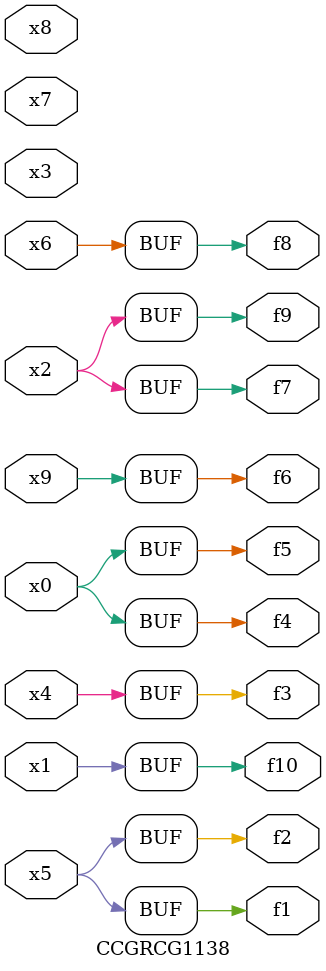
<source format=v>
module CCGRCG1138(
	input x0, x1, x2, x3, x4, x5, x6, x7, x8, x9,
	output f1, f2, f3, f4, f5, f6, f7, f8, f9, f10
);
	assign f1 = x5;
	assign f2 = x5;
	assign f3 = x4;
	assign f4 = x0;
	assign f5 = x0;
	assign f6 = x9;
	assign f7 = x2;
	assign f8 = x6;
	assign f9 = x2;
	assign f10 = x1;
endmodule

</source>
